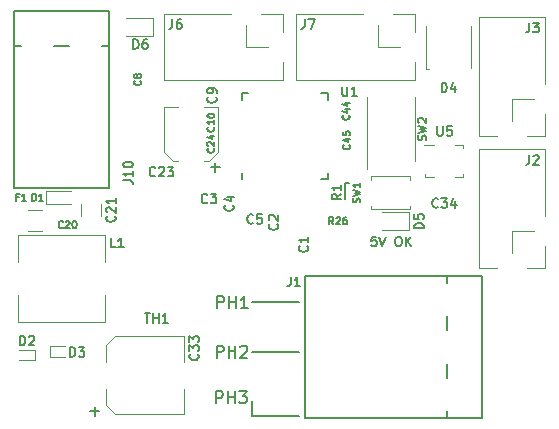
<source format=gto>
G04 #@! TF.GenerationSoftware,KiCad,Pcbnew,5.0.2-bee76a0~70~ubuntu18.04.1*
G04 #@! TF.CreationDate,2018-12-08T03:17:05+01:00*
G04 #@! TF.ProjectId,Roboy_motorboard,526f626f-795f-46d6-9f74-6f72626f6172,rev?*
G04 #@! TF.SameCoordinates,Original*
G04 #@! TF.FileFunction,Legend,Top*
G04 #@! TF.FilePolarity,Positive*
%FSLAX46Y46*%
G04 Gerber Fmt 4.6, Leading zero omitted, Abs format (unit mm)*
G04 Created by KiCad (PCBNEW 5.0.2-bee76a0~70~ubuntu18.04.1) date Sat 08 Dec 2018 03:17:05 CET*
%MOMM*%
%LPD*%
G01*
G04 APERTURE LIST*
%ADD10C,0.200000*%
%ADD11C,0.150000*%
%ADD12C,0.120000*%
%ADD13C,0.100000*%
G04 APERTURE END LIST*
D10*
X115800000Y-114800000D02*
X119750000Y-114800000D01*
X115800000Y-113550000D02*
X115800000Y-114800000D01*
X115800000Y-109400000D02*
X119750000Y-109400000D01*
X115800000Y-105200000D02*
X119750000Y-105200000D01*
D11*
X112738095Y-113752380D02*
X112738095Y-112752380D01*
X113119047Y-112752380D01*
X113214285Y-112800000D01*
X113261904Y-112847619D01*
X113309523Y-112942857D01*
X113309523Y-113085714D01*
X113261904Y-113180952D01*
X113214285Y-113228571D01*
X113119047Y-113276190D01*
X112738095Y-113276190D01*
X113738095Y-113752380D02*
X113738095Y-112752380D01*
X113738095Y-113228571D02*
X114309523Y-113228571D01*
X114309523Y-113752380D02*
X114309523Y-112752380D01*
X114690476Y-112752380D02*
X115309523Y-112752380D01*
X114976190Y-113133333D01*
X115119047Y-113133333D01*
X115214285Y-113180952D01*
X115261904Y-113228571D01*
X115309523Y-113323809D01*
X115309523Y-113561904D01*
X115261904Y-113657142D01*
X115214285Y-113704761D01*
X115119047Y-113752380D01*
X114833333Y-113752380D01*
X114738095Y-113704761D01*
X114690476Y-113657142D01*
X112788095Y-109902380D02*
X112788095Y-108902380D01*
X113169047Y-108902380D01*
X113264285Y-108950000D01*
X113311904Y-108997619D01*
X113359523Y-109092857D01*
X113359523Y-109235714D01*
X113311904Y-109330952D01*
X113264285Y-109378571D01*
X113169047Y-109426190D01*
X112788095Y-109426190D01*
X113788095Y-109902380D02*
X113788095Y-108902380D01*
X113788095Y-109378571D02*
X114359523Y-109378571D01*
X114359523Y-109902380D02*
X114359523Y-108902380D01*
X114788095Y-108997619D02*
X114835714Y-108950000D01*
X114930952Y-108902380D01*
X115169047Y-108902380D01*
X115264285Y-108950000D01*
X115311904Y-108997619D01*
X115359523Y-109092857D01*
X115359523Y-109188095D01*
X115311904Y-109330952D01*
X114740476Y-109902380D01*
X115359523Y-109902380D01*
X112838095Y-105702380D02*
X112838095Y-104702380D01*
X113219047Y-104702380D01*
X113314285Y-104750000D01*
X113361904Y-104797619D01*
X113409523Y-104892857D01*
X113409523Y-105035714D01*
X113361904Y-105130952D01*
X113314285Y-105178571D01*
X113219047Y-105226190D01*
X112838095Y-105226190D01*
X113838095Y-105702380D02*
X113838095Y-104702380D01*
X113838095Y-105178571D02*
X114409523Y-105178571D01*
X114409523Y-105702380D02*
X114409523Y-104702380D01*
X115409523Y-105702380D02*
X114838095Y-105702380D01*
X115123809Y-105702380D02*
X115123809Y-104702380D01*
X115028571Y-104845238D01*
X114933333Y-104940476D01*
X114838095Y-104988095D01*
X126273809Y-99661904D02*
X125892857Y-99661904D01*
X125854761Y-100042857D01*
X125892857Y-100004761D01*
X125969047Y-99966666D01*
X126159523Y-99966666D01*
X126235714Y-100004761D01*
X126273809Y-100042857D01*
X126311904Y-100119047D01*
X126311904Y-100309523D01*
X126273809Y-100385714D01*
X126235714Y-100423809D01*
X126159523Y-100461904D01*
X125969047Y-100461904D01*
X125892857Y-100423809D01*
X125854761Y-100385714D01*
X126540476Y-99661904D02*
X126807142Y-100461904D01*
X127073809Y-99661904D01*
X128102380Y-99661904D02*
X128254761Y-99661904D01*
X128330952Y-99700000D01*
X128407142Y-99776190D01*
X128445238Y-99928571D01*
X128445238Y-100195238D01*
X128407142Y-100347619D01*
X128330952Y-100423809D01*
X128254761Y-100461904D01*
X128102380Y-100461904D01*
X128026190Y-100423809D01*
X127950000Y-100347619D01*
X127911904Y-100195238D01*
X127911904Y-99928571D01*
X127950000Y-99776190D01*
X128026190Y-99700000D01*
X128102380Y-99661904D01*
X128788095Y-100461904D02*
X128788095Y-99661904D01*
X129245238Y-100461904D02*
X128902380Y-100004761D01*
X129245238Y-99661904D02*
X128788095Y-100119047D01*
D10*
X123600000Y-95150000D02*
X124000000Y-95150000D01*
X123600000Y-96500000D02*
X123600000Y-95150000D01*
D12*
G04 #@! TO.C,D1*
X98331500Y-95759500D02*
X98331500Y-96899500D01*
X98331500Y-96899500D02*
X100431500Y-96899500D01*
X98331500Y-95759500D02*
X100431500Y-95759500D01*
G04 #@! TO.C,L1*
X103331500Y-104587500D02*
X103331500Y-106887500D01*
X103331500Y-106887500D02*
X95931500Y-106887500D01*
X95931500Y-106887500D02*
X95931500Y-104587500D01*
X95931500Y-101787500D02*
X95931500Y-99487500D01*
X95931500Y-99487500D02*
X103331500Y-99487500D01*
X103331500Y-99487500D02*
X103331500Y-101787500D01*
G04 #@! TO.C,SW1*
X125800000Y-97050000D02*
X125800000Y-97350000D01*
X125800000Y-97350000D02*
X129100000Y-97350000D01*
X129100000Y-97350000D02*
X129100000Y-97050000D01*
X125800000Y-94850000D02*
X125800000Y-94550000D01*
X125800000Y-94550000D02*
X129100000Y-94550000D01*
X129100000Y-94550000D02*
X129100000Y-94850000D01*
D11*
G04 #@! TO.C,U1*
X114907500Y-87522500D02*
X115432500Y-87522500D01*
X122157500Y-94772500D02*
X121632500Y-94772500D01*
X122157500Y-87522500D02*
X121632500Y-87522500D01*
X114907500Y-94772500D02*
X114907500Y-94247500D01*
X122157500Y-94772500D02*
X122157500Y-94247500D01*
X122157500Y-87522500D02*
X122157500Y-88047500D01*
X114907500Y-87522500D02*
X114907500Y-88047500D01*
D12*
G04 #@! TO.C,C21*
X101321500Y-96909000D02*
X101321500Y-97909000D01*
X103021500Y-97909000D02*
X103021500Y-96909000D01*
G04 #@! TO.C,F1*
X96809000Y-97418000D02*
X98009000Y-97418000D01*
X98009000Y-99178000D02*
X96809000Y-99178000D01*
G04 #@! TO.C,SW2*
X125475000Y-93890000D02*
X125475000Y-87850000D01*
X129525000Y-93250000D02*
X129525000Y-87850000D01*
G04 #@! TO.C,C33*
X110025000Y-114700000D02*
X110025000Y-112520000D01*
X110025000Y-108100000D02*
X110025000Y-110280000D01*
X103425000Y-113940000D02*
X103425000Y-112520000D01*
X103425000Y-108860000D02*
X103425000Y-110280000D01*
X110025000Y-114700000D02*
X104185000Y-114700000D01*
X104185000Y-114700000D02*
X103425000Y-113940000D01*
X103425000Y-108860000D02*
X104185000Y-108100000D01*
X104185000Y-108100000D02*
X110025000Y-108100000D01*
G04 #@! TO.C,C23*
X108300000Y-88710000D02*
X109470000Y-88710000D01*
X112870000Y-88710000D02*
X111700000Y-88710000D01*
X112110000Y-93290000D02*
X111700000Y-93290000D01*
X109060000Y-93290000D02*
X109470000Y-93290000D01*
X108300000Y-92520000D02*
X108300000Y-88710000D01*
X108300000Y-92520000D02*
X109060000Y-93290000D01*
X112870000Y-92520000D02*
X112870000Y-88710000D01*
X112870000Y-92520000D02*
X112110000Y-93290000D01*
D13*
G04 #@! TO.C,U5*
X130350000Y-91900000D02*
X131170000Y-91900000D01*
X130450000Y-94600000D02*
X131170000Y-94600000D01*
X130450000Y-94600000D02*
X130450000Y-94380000D01*
X133650000Y-94380000D02*
X133650000Y-94600000D01*
X133650000Y-94600000D02*
X132930000Y-94600000D01*
X132930000Y-91900000D02*
X133650000Y-91900000D01*
X133650000Y-91900000D02*
X133650000Y-92120000D01*
D12*
G04 #@! TO.C,D5*
X126800000Y-99110000D02*
X129070000Y-99110000D01*
X129070000Y-99110000D02*
X129070000Y-97590000D01*
X129070000Y-97590000D02*
X126800000Y-97590000D01*
G04 #@! TO.C,D2*
X97360500Y-110114500D02*
X97360500Y-109214500D01*
X96060500Y-110114500D02*
X97360500Y-110114500D01*
X96060500Y-109214500D02*
X97360500Y-109214500D01*
G04 #@! TO.C,D3*
X99950000Y-109850000D02*
X98650000Y-109850000D01*
X99950000Y-108950000D02*
X98650000Y-108950000D01*
X98650000Y-108950000D02*
X98650000Y-109850000D01*
G04 #@! TO.C,D4*
X134300000Y-81850000D02*
X134300000Y-85350000D01*
X130500000Y-81850000D02*
X130500000Y-85500000D01*
X130500000Y-85500000D02*
X130750000Y-85500000D01*
G04 #@! TO.C,D6*
X105100000Y-82660000D02*
X107370000Y-82660000D01*
X107370000Y-82660000D02*
X107370000Y-81140000D01*
X107370000Y-81140000D02*
X105100000Y-81140000D01*
D11*
G04 #@! TO.C,J1*
X132250000Y-115000000D02*
X132250000Y-114400000D01*
X132250000Y-110400000D02*
X132250000Y-111600000D01*
X132250000Y-106400000D02*
X132250000Y-107600000D01*
X132250000Y-103000000D02*
X132250000Y-103600000D01*
X135250000Y-115000000D02*
X135250000Y-103000000D01*
X135250000Y-103000000D02*
X120250000Y-103000000D01*
X120250000Y-103000000D02*
X120250000Y-115000000D01*
X120250000Y-115000000D02*
X135250000Y-115000000D01*
D12*
G04 #@! TO.C,J2*
X140580000Y-102325000D02*
X139050000Y-102325000D01*
X140580000Y-100450000D02*
X140580000Y-102325000D01*
X137780000Y-99180000D02*
X139650000Y-99180000D01*
X137780000Y-101050000D02*
X137780000Y-99180000D01*
X136510000Y-102325000D02*
X134980000Y-102325000D01*
X134980000Y-102325000D02*
X134980000Y-92225000D01*
X140580000Y-92225000D02*
X134980000Y-92225000D01*
X140580000Y-97910000D02*
X140580000Y-92225000D01*
G04 #@! TO.C,J3*
X140580000Y-86760000D02*
X140580000Y-81075000D01*
X140580000Y-81075000D02*
X134980000Y-81075000D01*
X134980000Y-91175000D02*
X134980000Y-81075000D01*
X136510000Y-91175000D02*
X134980000Y-91175000D01*
X137780000Y-89900000D02*
X137780000Y-88030000D01*
X137780000Y-88030000D02*
X139650000Y-88030000D01*
X140580000Y-89300000D02*
X140580000Y-91175000D01*
X140580000Y-91175000D02*
X139050000Y-91175000D01*
G04 #@! TO.C,J6*
X118375000Y-80820000D02*
X118375000Y-82350000D01*
X116500000Y-80820000D02*
X118375000Y-80820000D01*
X115230000Y-83620000D02*
X115230000Y-81750000D01*
X117100000Y-83620000D02*
X115230000Y-83620000D01*
X118375000Y-84890000D02*
X118375000Y-86420000D01*
X118375000Y-86420000D02*
X108275000Y-86420000D01*
X108275000Y-80820000D02*
X108275000Y-86420000D01*
X113960000Y-80820000D02*
X108275000Y-80820000D01*
G04 #@! TO.C,J7*
X125160000Y-80820000D02*
X119475000Y-80820000D01*
X119475000Y-80820000D02*
X119475000Y-86420000D01*
X129575000Y-86420000D02*
X119475000Y-86420000D01*
X129575000Y-84890000D02*
X129575000Y-86420000D01*
X128300000Y-83620000D02*
X126430000Y-83620000D01*
X126430000Y-83620000D02*
X126430000Y-81750000D01*
X127700000Y-80820000D02*
X129575000Y-80820000D01*
X129575000Y-80820000D02*
X129575000Y-82350000D01*
D11*
G04 #@! TO.C,J10*
X103631500Y-83511000D02*
X103031500Y-83511000D01*
X99031500Y-83511000D02*
X100231500Y-83511000D01*
X95631500Y-83511000D02*
X96231500Y-83511000D01*
X103631500Y-80511000D02*
X95631500Y-80511000D01*
X95631500Y-80511000D02*
X95631500Y-95511000D01*
X95631500Y-95511000D02*
X103631500Y-95511000D01*
X103631500Y-95511000D02*
X103631500Y-80511000D01*
G04 #@! TO.C,D1*
X97157142Y-96621428D02*
X97157142Y-96021428D01*
X97300000Y-96021428D01*
X97385714Y-96050000D01*
X97442857Y-96107142D01*
X97471428Y-96164285D01*
X97500000Y-96278571D01*
X97500000Y-96364285D01*
X97471428Y-96478571D01*
X97442857Y-96535714D01*
X97385714Y-96592857D01*
X97300000Y-96621428D01*
X97157142Y-96621428D01*
X98071428Y-96621428D02*
X97728571Y-96621428D01*
X97900000Y-96621428D02*
X97900000Y-96021428D01*
X97842857Y-96107142D01*
X97785714Y-96164285D01*
X97728571Y-96192857D01*
G04 #@! TO.C,L1*
X104216666Y-100561904D02*
X103835714Y-100561904D01*
X103835714Y-99761904D01*
X104902380Y-100561904D02*
X104445238Y-100561904D01*
X104673809Y-100561904D02*
X104673809Y-99761904D01*
X104597619Y-99876190D01*
X104521428Y-99952380D01*
X104445238Y-99990476D01*
G04 #@! TO.C,SW1*
X124892857Y-96750000D02*
X124921428Y-96664285D01*
X124921428Y-96521428D01*
X124892857Y-96464285D01*
X124864285Y-96435714D01*
X124807142Y-96407142D01*
X124750000Y-96407142D01*
X124692857Y-96435714D01*
X124664285Y-96464285D01*
X124635714Y-96521428D01*
X124607142Y-96635714D01*
X124578571Y-96692857D01*
X124550000Y-96721428D01*
X124492857Y-96750000D01*
X124435714Y-96750000D01*
X124378571Y-96721428D01*
X124350000Y-96692857D01*
X124321428Y-96635714D01*
X124321428Y-96492857D01*
X124350000Y-96407142D01*
X124321428Y-96207142D02*
X124921428Y-96064285D01*
X124492857Y-95950000D01*
X124921428Y-95835714D01*
X124321428Y-95692857D01*
X124921428Y-95150000D02*
X124921428Y-95492857D01*
X124921428Y-95321428D02*
X124321428Y-95321428D01*
X124407142Y-95378571D01*
X124464285Y-95435714D01*
X124492857Y-95492857D01*
G04 #@! TO.C,U1*
X123390476Y-86961904D02*
X123390476Y-87609523D01*
X123428571Y-87685714D01*
X123466666Y-87723809D01*
X123542857Y-87761904D01*
X123695238Y-87761904D01*
X123771428Y-87723809D01*
X123809523Y-87685714D01*
X123847619Y-87609523D01*
X123847619Y-86961904D01*
X124647619Y-87761904D02*
X124190476Y-87761904D01*
X124419047Y-87761904D02*
X124419047Y-86961904D01*
X124342857Y-87076190D01*
X124266666Y-87152380D01*
X124190476Y-87190476D01*
G04 #@! TO.C,C21*
X104135714Y-97914285D02*
X104173809Y-97952380D01*
X104211904Y-98066666D01*
X104211904Y-98142857D01*
X104173809Y-98257142D01*
X104097619Y-98333333D01*
X104021428Y-98371428D01*
X103869047Y-98409523D01*
X103754761Y-98409523D01*
X103602380Y-98371428D01*
X103526190Y-98333333D01*
X103450000Y-98257142D01*
X103411904Y-98142857D01*
X103411904Y-98066666D01*
X103450000Y-97952380D01*
X103488095Y-97914285D01*
X103488095Y-97609523D02*
X103450000Y-97571428D01*
X103411904Y-97495238D01*
X103411904Y-97304761D01*
X103450000Y-97228571D01*
X103488095Y-97190476D01*
X103564285Y-97152380D01*
X103640476Y-97152380D01*
X103754761Y-97190476D01*
X104211904Y-97647619D01*
X104211904Y-97152380D01*
X104211904Y-96390476D02*
X104211904Y-96847619D01*
X104211904Y-96619047D02*
X103411904Y-96619047D01*
X103526190Y-96695238D01*
X103602380Y-96771428D01*
X103640476Y-96847619D01*
G04 #@! TO.C,F1*
X96000000Y-96307142D02*
X95800000Y-96307142D01*
X95800000Y-96621428D02*
X95800000Y-96021428D01*
X96085714Y-96021428D01*
X96628571Y-96621428D02*
X96285714Y-96621428D01*
X96457142Y-96621428D02*
X96457142Y-96021428D01*
X96400000Y-96107142D01*
X96342857Y-96164285D01*
X96285714Y-96192857D01*
G04 #@! TO.C,SW2*
X130483333Y-91483333D02*
X130516666Y-91383333D01*
X130516666Y-91216666D01*
X130483333Y-91150000D01*
X130450000Y-91116666D01*
X130383333Y-91083333D01*
X130316666Y-91083333D01*
X130250000Y-91116666D01*
X130216666Y-91150000D01*
X130183333Y-91216666D01*
X130150000Y-91350000D01*
X130116666Y-91416666D01*
X130083333Y-91450000D01*
X130016666Y-91483333D01*
X129950000Y-91483333D01*
X129883333Y-91450000D01*
X129850000Y-91416666D01*
X129816666Y-91350000D01*
X129816666Y-91183333D01*
X129850000Y-91083333D01*
X129816666Y-90850000D02*
X130516666Y-90683333D01*
X130016666Y-90550000D01*
X130516666Y-90416666D01*
X129816666Y-90250000D01*
X129883333Y-90016666D02*
X129850000Y-89983333D01*
X129816666Y-89916666D01*
X129816666Y-89750000D01*
X129850000Y-89683333D01*
X129883333Y-89650000D01*
X129950000Y-89616666D01*
X130016666Y-89616666D01*
X130116666Y-89650000D01*
X130516666Y-90050000D01*
X130516666Y-89616666D01*
G04 #@! TO.C,C33*
X111185714Y-109614285D02*
X111223809Y-109652380D01*
X111261904Y-109766666D01*
X111261904Y-109842857D01*
X111223809Y-109957142D01*
X111147619Y-110033333D01*
X111071428Y-110071428D01*
X110919047Y-110109523D01*
X110804761Y-110109523D01*
X110652380Y-110071428D01*
X110576190Y-110033333D01*
X110500000Y-109957142D01*
X110461904Y-109842857D01*
X110461904Y-109766666D01*
X110500000Y-109652380D01*
X110538095Y-109614285D01*
X110461904Y-109347619D02*
X110461904Y-108852380D01*
X110766666Y-109119047D01*
X110766666Y-109004761D01*
X110804761Y-108928571D01*
X110842857Y-108890476D01*
X110919047Y-108852380D01*
X111109523Y-108852380D01*
X111185714Y-108890476D01*
X111223809Y-108928571D01*
X111261904Y-109004761D01*
X111261904Y-109233333D01*
X111223809Y-109309523D01*
X111185714Y-109347619D01*
X110461904Y-108585714D02*
X110461904Y-108090476D01*
X110766666Y-108357142D01*
X110766666Y-108242857D01*
X110804761Y-108166666D01*
X110842857Y-108128571D01*
X110919047Y-108090476D01*
X111109523Y-108090476D01*
X111185714Y-108128571D01*
X111223809Y-108166666D01*
X111261904Y-108242857D01*
X111261904Y-108471428D01*
X111223809Y-108547619D01*
X111185714Y-108585714D01*
X102064047Y-114431428D02*
X102825952Y-114431428D01*
X102445000Y-114812380D02*
X102445000Y-114050476D01*
G04 #@! TO.C,C23*
X107585714Y-94485714D02*
X107547619Y-94523809D01*
X107433333Y-94561904D01*
X107357142Y-94561904D01*
X107242857Y-94523809D01*
X107166666Y-94447619D01*
X107128571Y-94371428D01*
X107090476Y-94219047D01*
X107090476Y-94104761D01*
X107128571Y-93952380D01*
X107166666Y-93876190D01*
X107242857Y-93800000D01*
X107357142Y-93761904D01*
X107433333Y-93761904D01*
X107547619Y-93800000D01*
X107585714Y-93838095D01*
X107890476Y-93838095D02*
X107928571Y-93800000D01*
X108004761Y-93761904D01*
X108195238Y-93761904D01*
X108271428Y-93800000D01*
X108309523Y-93838095D01*
X108347619Y-93914285D01*
X108347619Y-93990476D01*
X108309523Y-94104761D01*
X107852380Y-94561904D01*
X108347619Y-94561904D01*
X108614285Y-93761904D02*
X109109523Y-93761904D01*
X108842857Y-94066666D01*
X108957142Y-94066666D01*
X109033333Y-94104761D01*
X109071428Y-94142857D01*
X109109523Y-94219047D01*
X109109523Y-94409523D01*
X109071428Y-94485714D01*
X109033333Y-94523809D01*
X108957142Y-94561904D01*
X108728571Y-94561904D01*
X108652380Y-94523809D01*
X108614285Y-94485714D01*
X112661428Y-94160952D02*
X112661428Y-93399047D01*
X113042380Y-93780000D02*
X112280476Y-93780000D01*
G04 #@! TO.C,U5*
X131440476Y-90311904D02*
X131440476Y-90959523D01*
X131478571Y-91035714D01*
X131516666Y-91073809D01*
X131592857Y-91111904D01*
X131745238Y-91111904D01*
X131821428Y-91073809D01*
X131859523Y-91035714D01*
X131897619Y-90959523D01*
X131897619Y-90311904D01*
X132659523Y-90311904D02*
X132278571Y-90311904D01*
X132240476Y-90692857D01*
X132278571Y-90654761D01*
X132354761Y-90616666D01*
X132545238Y-90616666D01*
X132621428Y-90654761D01*
X132659523Y-90692857D01*
X132697619Y-90769047D01*
X132697619Y-90959523D01*
X132659523Y-91035714D01*
X132621428Y-91073809D01*
X132545238Y-91111904D01*
X132354761Y-91111904D01*
X132278571Y-91073809D01*
X132240476Y-91035714D01*
G04 #@! TO.C,D5*
X130311904Y-98940476D02*
X129511904Y-98940476D01*
X129511904Y-98750000D01*
X129550000Y-98635714D01*
X129626190Y-98559523D01*
X129702380Y-98521428D01*
X129854761Y-98483333D01*
X129969047Y-98483333D01*
X130121428Y-98521428D01*
X130197619Y-98559523D01*
X130273809Y-98635714D01*
X130311904Y-98750000D01*
X130311904Y-98940476D01*
X129511904Y-97759523D02*
X129511904Y-98140476D01*
X129892857Y-98178571D01*
X129854761Y-98140476D01*
X129816666Y-98064285D01*
X129816666Y-97873809D01*
X129854761Y-97797619D01*
X129892857Y-97759523D01*
X129969047Y-97721428D01*
X130159523Y-97721428D01*
X130235714Y-97759523D01*
X130273809Y-97797619D01*
X130311904Y-97873809D01*
X130311904Y-98064285D01*
X130273809Y-98140476D01*
X130235714Y-98178571D01*
G04 #@! TO.C,C1*
X120435714Y-100433333D02*
X120473809Y-100471428D01*
X120511904Y-100585714D01*
X120511904Y-100661904D01*
X120473809Y-100776190D01*
X120397619Y-100852380D01*
X120321428Y-100890476D01*
X120169047Y-100928571D01*
X120054761Y-100928571D01*
X119902380Y-100890476D01*
X119826190Y-100852380D01*
X119750000Y-100776190D01*
X119711904Y-100661904D01*
X119711904Y-100585714D01*
X119750000Y-100471428D01*
X119788095Y-100433333D01*
X120511904Y-99671428D02*
X120511904Y-100128571D01*
X120511904Y-99900000D02*
X119711904Y-99900000D01*
X119826190Y-99976190D01*
X119902380Y-100052380D01*
X119940476Y-100128571D01*
G04 #@! TO.C,C2*
X117885714Y-98583333D02*
X117923809Y-98621428D01*
X117961904Y-98735714D01*
X117961904Y-98811904D01*
X117923809Y-98926190D01*
X117847619Y-99002380D01*
X117771428Y-99040476D01*
X117619047Y-99078571D01*
X117504761Y-99078571D01*
X117352380Y-99040476D01*
X117276190Y-99002380D01*
X117200000Y-98926190D01*
X117161904Y-98811904D01*
X117161904Y-98735714D01*
X117200000Y-98621428D01*
X117238095Y-98583333D01*
X117238095Y-98278571D02*
X117200000Y-98240476D01*
X117161904Y-98164285D01*
X117161904Y-97973809D01*
X117200000Y-97897619D01*
X117238095Y-97859523D01*
X117314285Y-97821428D01*
X117390476Y-97821428D01*
X117504761Y-97859523D01*
X117961904Y-98316666D01*
X117961904Y-97821428D01*
G04 #@! TO.C,C3*
X111991666Y-96735714D02*
X111953571Y-96773809D01*
X111839285Y-96811904D01*
X111763095Y-96811904D01*
X111648809Y-96773809D01*
X111572619Y-96697619D01*
X111534523Y-96621428D01*
X111496428Y-96469047D01*
X111496428Y-96354761D01*
X111534523Y-96202380D01*
X111572619Y-96126190D01*
X111648809Y-96050000D01*
X111763095Y-96011904D01*
X111839285Y-96011904D01*
X111953571Y-96050000D01*
X111991666Y-96088095D01*
X112258333Y-96011904D02*
X112753571Y-96011904D01*
X112486904Y-96316666D01*
X112601190Y-96316666D01*
X112677380Y-96354761D01*
X112715476Y-96392857D01*
X112753571Y-96469047D01*
X112753571Y-96659523D01*
X112715476Y-96735714D01*
X112677380Y-96773809D01*
X112601190Y-96811904D01*
X112372619Y-96811904D01*
X112296428Y-96773809D01*
X112258333Y-96735714D01*
G04 #@! TO.C,C4*
X114135714Y-96983333D02*
X114173809Y-97021428D01*
X114211904Y-97135714D01*
X114211904Y-97211904D01*
X114173809Y-97326190D01*
X114097619Y-97402380D01*
X114021428Y-97440476D01*
X113869047Y-97478571D01*
X113754761Y-97478571D01*
X113602380Y-97440476D01*
X113526190Y-97402380D01*
X113450000Y-97326190D01*
X113411904Y-97211904D01*
X113411904Y-97135714D01*
X113450000Y-97021428D01*
X113488095Y-96983333D01*
X113678571Y-96297619D02*
X114211904Y-96297619D01*
X113373809Y-96488095D02*
X113945238Y-96678571D01*
X113945238Y-96183333D01*
G04 #@! TO.C,C5*
X115866666Y-98485714D02*
X115828571Y-98523809D01*
X115714285Y-98561904D01*
X115638095Y-98561904D01*
X115523809Y-98523809D01*
X115447619Y-98447619D01*
X115409523Y-98371428D01*
X115371428Y-98219047D01*
X115371428Y-98104761D01*
X115409523Y-97952380D01*
X115447619Y-97876190D01*
X115523809Y-97800000D01*
X115638095Y-97761904D01*
X115714285Y-97761904D01*
X115828571Y-97800000D01*
X115866666Y-97838095D01*
X116590476Y-97761904D02*
X116209523Y-97761904D01*
X116171428Y-98142857D01*
X116209523Y-98104761D01*
X116285714Y-98066666D01*
X116476190Y-98066666D01*
X116552380Y-98104761D01*
X116590476Y-98142857D01*
X116628571Y-98219047D01*
X116628571Y-98409523D01*
X116590476Y-98485714D01*
X116552380Y-98523809D01*
X116476190Y-98561904D01*
X116285714Y-98561904D01*
X116209523Y-98523809D01*
X116171428Y-98485714D01*
G04 #@! TO.C,C8*
X106314285Y-86450000D02*
X106342857Y-86478571D01*
X106371428Y-86564285D01*
X106371428Y-86621428D01*
X106342857Y-86707142D01*
X106285714Y-86764285D01*
X106228571Y-86792857D01*
X106114285Y-86821428D01*
X106028571Y-86821428D01*
X105914285Y-86792857D01*
X105857142Y-86764285D01*
X105800000Y-86707142D01*
X105771428Y-86621428D01*
X105771428Y-86564285D01*
X105800000Y-86478571D01*
X105828571Y-86450000D01*
X106028571Y-86107142D02*
X106000000Y-86164285D01*
X105971428Y-86192857D01*
X105914285Y-86221428D01*
X105885714Y-86221428D01*
X105828571Y-86192857D01*
X105800000Y-86164285D01*
X105771428Y-86107142D01*
X105771428Y-85992857D01*
X105800000Y-85935714D01*
X105828571Y-85907142D01*
X105885714Y-85878571D01*
X105914285Y-85878571D01*
X105971428Y-85907142D01*
X106000000Y-85935714D01*
X106028571Y-85992857D01*
X106028571Y-86107142D01*
X106057142Y-86164285D01*
X106085714Y-86192857D01*
X106142857Y-86221428D01*
X106257142Y-86221428D01*
X106314285Y-86192857D01*
X106342857Y-86164285D01*
X106371428Y-86107142D01*
X106371428Y-85992857D01*
X106342857Y-85935714D01*
X106314285Y-85907142D01*
X106257142Y-85878571D01*
X106142857Y-85878571D01*
X106085714Y-85907142D01*
X106057142Y-85935714D01*
X106028571Y-85992857D01*
G04 #@! TO.C,C9*
X112685714Y-87833333D02*
X112723809Y-87871428D01*
X112761904Y-87985714D01*
X112761904Y-88061904D01*
X112723809Y-88176190D01*
X112647619Y-88252380D01*
X112571428Y-88290476D01*
X112419047Y-88328571D01*
X112304761Y-88328571D01*
X112152380Y-88290476D01*
X112076190Y-88252380D01*
X112000000Y-88176190D01*
X111961904Y-88061904D01*
X111961904Y-87985714D01*
X112000000Y-87871428D01*
X112038095Y-87833333D01*
X112761904Y-87452380D02*
X112761904Y-87300000D01*
X112723809Y-87223809D01*
X112685714Y-87185714D01*
X112571428Y-87109523D01*
X112419047Y-87071428D01*
X112114285Y-87071428D01*
X112038095Y-87109523D01*
X112000000Y-87147619D01*
X111961904Y-87223809D01*
X111961904Y-87376190D01*
X112000000Y-87452380D01*
X112038095Y-87490476D01*
X112114285Y-87528571D01*
X112304761Y-87528571D01*
X112380952Y-87490476D01*
X112419047Y-87452380D01*
X112457142Y-87376190D01*
X112457142Y-87223809D01*
X112419047Y-87147619D01*
X112380952Y-87109523D01*
X112304761Y-87071428D01*
G04 #@! TO.C,C10*
X112514285Y-90385714D02*
X112542857Y-90414285D01*
X112571428Y-90500000D01*
X112571428Y-90557142D01*
X112542857Y-90642857D01*
X112485714Y-90700000D01*
X112428571Y-90728571D01*
X112314285Y-90757142D01*
X112228571Y-90757142D01*
X112114285Y-90728571D01*
X112057142Y-90700000D01*
X112000000Y-90642857D01*
X111971428Y-90557142D01*
X111971428Y-90500000D01*
X112000000Y-90414285D01*
X112028571Y-90385714D01*
X112571428Y-89814285D02*
X112571428Y-90157142D01*
X112571428Y-89985714D02*
X111971428Y-89985714D01*
X112057142Y-90042857D01*
X112114285Y-90100000D01*
X112142857Y-90157142D01*
X111971428Y-89442857D02*
X111971428Y-89385714D01*
X112000000Y-89328571D01*
X112028571Y-89300000D01*
X112085714Y-89271428D01*
X112200000Y-89242857D01*
X112342857Y-89242857D01*
X112457142Y-89271428D01*
X112514285Y-89300000D01*
X112542857Y-89328571D01*
X112571428Y-89385714D01*
X112571428Y-89442857D01*
X112542857Y-89500000D01*
X112514285Y-89528571D01*
X112457142Y-89557142D01*
X112342857Y-89585714D01*
X112200000Y-89585714D01*
X112085714Y-89557142D01*
X112028571Y-89528571D01*
X112000000Y-89500000D01*
X111971428Y-89442857D01*
G04 #@! TO.C,C20*
X99764285Y-98864285D02*
X99735714Y-98892857D01*
X99650000Y-98921428D01*
X99592857Y-98921428D01*
X99507142Y-98892857D01*
X99450000Y-98835714D01*
X99421428Y-98778571D01*
X99392857Y-98664285D01*
X99392857Y-98578571D01*
X99421428Y-98464285D01*
X99450000Y-98407142D01*
X99507142Y-98350000D01*
X99592857Y-98321428D01*
X99650000Y-98321428D01*
X99735714Y-98350000D01*
X99764285Y-98378571D01*
X99992857Y-98378571D02*
X100021428Y-98350000D01*
X100078571Y-98321428D01*
X100221428Y-98321428D01*
X100278571Y-98350000D01*
X100307142Y-98378571D01*
X100335714Y-98435714D01*
X100335714Y-98492857D01*
X100307142Y-98578571D01*
X99964285Y-98921428D01*
X100335714Y-98921428D01*
X100707142Y-98321428D02*
X100764285Y-98321428D01*
X100821428Y-98350000D01*
X100850000Y-98378571D01*
X100878571Y-98435714D01*
X100907142Y-98550000D01*
X100907142Y-98692857D01*
X100878571Y-98807142D01*
X100850000Y-98864285D01*
X100821428Y-98892857D01*
X100764285Y-98921428D01*
X100707142Y-98921428D01*
X100650000Y-98892857D01*
X100621428Y-98864285D01*
X100592857Y-98807142D01*
X100564285Y-98692857D01*
X100564285Y-98550000D01*
X100592857Y-98435714D01*
X100621428Y-98378571D01*
X100650000Y-98350000D01*
X100707142Y-98321428D01*
G04 #@! TO.C,C24*
X112514285Y-92185714D02*
X112542857Y-92214285D01*
X112571428Y-92300000D01*
X112571428Y-92357142D01*
X112542857Y-92442857D01*
X112485714Y-92500000D01*
X112428571Y-92528571D01*
X112314285Y-92557142D01*
X112228571Y-92557142D01*
X112114285Y-92528571D01*
X112057142Y-92500000D01*
X112000000Y-92442857D01*
X111971428Y-92357142D01*
X111971428Y-92300000D01*
X112000000Y-92214285D01*
X112028571Y-92185714D01*
X112028571Y-91957142D02*
X112000000Y-91928571D01*
X111971428Y-91871428D01*
X111971428Y-91728571D01*
X112000000Y-91671428D01*
X112028571Y-91642857D01*
X112085714Y-91614285D01*
X112142857Y-91614285D01*
X112228571Y-91642857D01*
X112571428Y-91985714D01*
X112571428Y-91614285D01*
X112171428Y-91100000D02*
X112571428Y-91100000D01*
X111942857Y-91242857D02*
X112371428Y-91385714D01*
X112371428Y-91014285D01*
G04 #@! TO.C,C34*
X131535714Y-97135714D02*
X131497619Y-97173809D01*
X131383333Y-97211904D01*
X131307142Y-97211904D01*
X131192857Y-97173809D01*
X131116666Y-97097619D01*
X131078571Y-97021428D01*
X131040476Y-96869047D01*
X131040476Y-96754761D01*
X131078571Y-96602380D01*
X131116666Y-96526190D01*
X131192857Y-96450000D01*
X131307142Y-96411904D01*
X131383333Y-96411904D01*
X131497619Y-96450000D01*
X131535714Y-96488095D01*
X131802380Y-96411904D02*
X132297619Y-96411904D01*
X132030952Y-96716666D01*
X132145238Y-96716666D01*
X132221428Y-96754761D01*
X132259523Y-96792857D01*
X132297619Y-96869047D01*
X132297619Y-97059523D01*
X132259523Y-97135714D01*
X132221428Y-97173809D01*
X132145238Y-97211904D01*
X131916666Y-97211904D01*
X131840476Y-97173809D01*
X131802380Y-97135714D01*
X132983333Y-96678571D02*
X132983333Y-97211904D01*
X132792857Y-96373809D02*
X132602380Y-96945238D01*
X133097619Y-96945238D01*
G04 #@! TO.C,D2*
X96120023Y-108861904D02*
X96120023Y-108061904D01*
X96310500Y-108061904D01*
X96424785Y-108100000D01*
X96500976Y-108176190D01*
X96539071Y-108252380D01*
X96577166Y-108404761D01*
X96577166Y-108519047D01*
X96539071Y-108671428D01*
X96500976Y-108747619D01*
X96424785Y-108823809D01*
X96310500Y-108861904D01*
X96120023Y-108861904D01*
X96881928Y-108138095D02*
X96920023Y-108100000D01*
X96996214Y-108061904D01*
X97186690Y-108061904D01*
X97262880Y-108100000D01*
X97300976Y-108138095D01*
X97339071Y-108214285D01*
X97339071Y-108290476D01*
X97300976Y-108404761D01*
X96843833Y-108861904D01*
X97339071Y-108861904D01*
G04 #@! TO.C,D3*
X100359523Y-109811904D02*
X100359523Y-109011904D01*
X100550000Y-109011904D01*
X100664285Y-109050000D01*
X100740476Y-109126190D01*
X100778571Y-109202380D01*
X100816666Y-109354761D01*
X100816666Y-109469047D01*
X100778571Y-109621428D01*
X100740476Y-109697619D01*
X100664285Y-109773809D01*
X100550000Y-109811904D01*
X100359523Y-109811904D01*
X101083333Y-109011904D02*
X101578571Y-109011904D01*
X101311904Y-109316666D01*
X101426190Y-109316666D01*
X101502380Y-109354761D01*
X101540476Y-109392857D01*
X101578571Y-109469047D01*
X101578571Y-109659523D01*
X101540476Y-109735714D01*
X101502380Y-109773809D01*
X101426190Y-109811904D01*
X101197619Y-109811904D01*
X101121428Y-109773809D01*
X101083333Y-109735714D01*
G04 #@! TO.C,D4*
X131809523Y-87411904D02*
X131809523Y-86611904D01*
X132000000Y-86611904D01*
X132114285Y-86650000D01*
X132190476Y-86726190D01*
X132228571Y-86802380D01*
X132266666Y-86954761D01*
X132266666Y-87069047D01*
X132228571Y-87221428D01*
X132190476Y-87297619D01*
X132114285Y-87373809D01*
X132000000Y-87411904D01*
X131809523Y-87411904D01*
X132952380Y-86878571D02*
X132952380Y-87411904D01*
X132761904Y-86573809D02*
X132571428Y-87145238D01*
X133066666Y-87145238D01*
G04 #@! TO.C,D6*
X105709523Y-83761904D02*
X105709523Y-82961904D01*
X105900000Y-82961904D01*
X106014285Y-83000000D01*
X106090476Y-83076190D01*
X106128571Y-83152380D01*
X106166666Y-83304761D01*
X106166666Y-83419047D01*
X106128571Y-83571428D01*
X106090476Y-83647619D01*
X106014285Y-83723809D01*
X105900000Y-83761904D01*
X105709523Y-83761904D01*
X106852380Y-82961904D02*
X106700000Y-82961904D01*
X106623809Y-83000000D01*
X106585714Y-83038095D01*
X106509523Y-83152380D01*
X106471428Y-83304761D01*
X106471428Y-83609523D01*
X106509523Y-83685714D01*
X106547619Y-83723809D01*
X106623809Y-83761904D01*
X106776190Y-83761904D01*
X106852380Y-83723809D01*
X106890476Y-83685714D01*
X106928571Y-83609523D01*
X106928571Y-83419047D01*
X106890476Y-83342857D01*
X106852380Y-83304761D01*
X106776190Y-83266666D01*
X106623809Y-83266666D01*
X106547619Y-83304761D01*
X106509523Y-83342857D01*
X106471428Y-83419047D01*
G04 #@! TO.C,J1*
X119033333Y-103061904D02*
X119033333Y-103633333D01*
X118995238Y-103747619D01*
X118919047Y-103823809D01*
X118804761Y-103861904D01*
X118728571Y-103861904D01*
X119833333Y-103861904D02*
X119376190Y-103861904D01*
X119604761Y-103861904D02*
X119604761Y-103061904D01*
X119528571Y-103176190D01*
X119452380Y-103252380D01*
X119376190Y-103290476D01*
G04 #@! TO.C,J2*
X139233333Y-92761904D02*
X139233333Y-93333333D01*
X139195238Y-93447619D01*
X139119047Y-93523809D01*
X139004761Y-93561904D01*
X138928571Y-93561904D01*
X139576190Y-92838095D02*
X139614285Y-92800000D01*
X139690476Y-92761904D01*
X139880952Y-92761904D01*
X139957142Y-92800000D01*
X139995238Y-92838095D01*
X140033333Y-92914285D01*
X140033333Y-92990476D01*
X139995238Y-93104761D01*
X139538095Y-93561904D01*
X140033333Y-93561904D01*
G04 #@! TO.C,J3*
X139233333Y-81561904D02*
X139233333Y-82133333D01*
X139195238Y-82247619D01*
X139119047Y-82323809D01*
X139004761Y-82361904D01*
X138928571Y-82361904D01*
X139538095Y-81561904D02*
X140033333Y-81561904D01*
X139766666Y-81866666D01*
X139880952Y-81866666D01*
X139957142Y-81904761D01*
X139995238Y-81942857D01*
X140033333Y-82019047D01*
X140033333Y-82209523D01*
X139995238Y-82285714D01*
X139957142Y-82323809D01*
X139880952Y-82361904D01*
X139652380Y-82361904D01*
X139576190Y-82323809D01*
X139538095Y-82285714D01*
G04 #@! TO.C,J6*
X109033333Y-81261904D02*
X109033333Y-81833333D01*
X108995238Y-81947619D01*
X108919047Y-82023809D01*
X108804761Y-82061904D01*
X108728571Y-82061904D01*
X109757142Y-81261904D02*
X109604761Y-81261904D01*
X109528571Y-81300000D01*
X109490476Y-81338095D01*
X109414285Y-81452380D01*
X109376190Y-81604761D01*
X109376190Y-81909523D01*
X109414285Y-81985714D01*
X109452380Y-82023809D01*
X109528571Y-82061904D01*
X109680952Y-82061904D01*
X109757142Y-82023809D01*
X109795238Y-81985714D01*
X109833333Y-81909523D01*
X109833333Y-81719047D01*
X109795238Y-81642857D01*
X109757142Y-81604761D01*
X109680952Y-81566666D01*
X109528571Y-81566666D01*
X109452380Y-81604761D01*
X109414285Y-81642857D01*
X109376190Y-81719047D01*
G04 #@! TO.C,J7*
X120233333Y-81261904D02*
X120233333Y-81833333D01*
X120195238Y-81947619D01*
X120119047Y-82023809D01*
X120004761Y-82061904D01*
X119928571Y-82061904D01*
X120538095Y-81261904D02*
X121071428Y-81261904D01*
X120728571Y-82061904D01*
G04 #@! TO.C,J10*
X104861904Y-94897619D02*
X105433333Y-94897619D01*
X105547619Y-94935714D01*
X105623809Y-95011904D01*
X105661904Y-95126190D01*
X105661904Y-95202380D01*
X105661904Y-94097619D02*
X105661904Y-94554761D01*
X105661904Y-94326190D02*
X104861904Y-94326190D01*
X104976190Y-94402380D01*
X105052380Y-94478571D01*
X105090476Y-94554761D01*
X104861904Y-93602380D02*
X104861904Y-93526190D01*
X104900000Y-93450000D01*
X104938095Y-93411904D01*
X105014285Y-93373809D01*
X105166666Y-93335714D01*
X105357142Y-93335714D01*
X105509523Y-93373809D01*
X105585714Y-93411904D01*
X105623809Y-93450000D01*
X105661904Y-93526190D01*
X105661904Y-93602380D01*
X105623809Y-93678571D01*
X105585714Y-93716666D01*
X105509523Y-93754761D01*
X105357142Y-93792857D01*
X105166666Y-93792857D01*
X105014285Y-93754761D01*
X104938095Y-93716666D01*
X104900000Y-93678571D01*
X104861904Y-93602380D01*
G04 #@! TO.C,R1*
X123311904Y-96033333D02*
X122930952Y-96300000D01*
X123311904Y-96490476D02*
X122511904Y-96490476D01*
X122511904Y-96185714D01*
X122550000Y-96109523D01*
X122588095Y-96071428D01*
X122664285Y-96033333D01*
X122778571Y-96033333D01*
X122854761Y-96071428D01*
X122892857Y-96109523D01*
X122930952Y-96185714D01*
X122930952Y-96490476D01*
X123311904Y-95271428D02*
X123311904Y-95728571D01*
X123311904Y-95500000D02*
X122511904Y-95500000D01*
X122626190Y-95576190D01*
X122702380Y-95652380D01*
X122740476Y-95728571D01*
G04 #@! TO.C,R26*
X122664285Y-98621428D02*
X122464285Y-98335714D01*
X122321428Y-98621428D02*
X122321428Y-98021428D01*
X122550000Y-98021428D01*
X122607142Y-98050000D01*
X122635714Y-98078571D01*
X122664285Y-98135714D01*
X122664285Y-98221428D01*
X122635714Y-98278571D01*
X122607142Y-98307142D01*
X122550000Y-98335714D01*
X122321428Y-98335714D01*
X122892857Y-98078571D02*
X122921428Y-98050000D01*
X122978571Y-98021428D01*
X123121428Y-98021428D01*
X123178571Y-98050000D01*
X123207142Y-98078571D01*
X123235714Y-98135714D01*
X123235714Y-98192857D01*
X123207142Y-98278571D01*
X122864285Y-98621428D01*
X123235714Y-98621428D01*
X123750000Y-98021428D02*
X123635714Y-98021428D01*
X123578571Y-98050000D01*
X123550000Y-98078571D01*
X123492857Y-98164285D01*
X123464285Y-98278571D01*
X123464285Y-98507142D01*
X123492857Y-98564285D01*
X123521428Y-98592857D01*
X123578571Y-98621428D01*
X123692857Y-98621428D01*
X123750000Y-98592857D01*
X123778571Y-98564285D01*
X123807142Y-98507142D01*
X123807142Y-98364285D01*
X123778571Y-98307142D01*
X123750000Y-98278571D01*
X123692857Y-98250000D01*
X123578571Y-98250000D01*
X123521428Y-98278571D01*
X123492857Y-98307142D01*
X123464285Y-98364285D01*
G04 #@! TO.C,TH1*
X106671428Y-106161904D02*
X107128571Y-106161904D01*
X106900000Y-106961904D02*
X106900000Y-106161904D01*
X107395238Y-106961904D02*
X107395238Y-106161904D01*
X107395238Y-106542857D02*
X107852380Y-106542857D01*
X107852380Y-106961904D02*
X107852380Y-106161904D01*
X108652380Y-106961904D02*
X108195238Y-106961904D01*
X108423809Y-106961904D02*
X108423809Y-106161904D01*
X108347619Y-106276190D01*
X108271428Y-106352380D01*
X108195238Y-106390476D01*
G04 #@! TO.C,C44*
X123964285Y-89385714D02*
X123992857Y-89414285D01*
X124021428Y-89500000D01*
X124021428Y-89557142D01*
X123992857Y-89642857D01*
X123935714Y-89700000D01*
X123878571Y-89728571D01*
X123764285Y-89757142D01*
X123678571Y-89757142D01*
X123564285Y-89728571D01*
X123507142Y-89700000D01*
X123450000Y-89642857D01*
X123421428Y-89557142D01*
X123421428Y-89500000D01*
X123450000Y-89414285D01*
X123478571Y-89385714D01*
X123621428Y-88871428D02*
X124021428Y-88871428D01*
X123392857Y-89014285D02*
X123821428Y-89157142D01*
X123821428Y-88785714D01*
X123621428Y-88300000D02*
X124021428Y-88300000D01*
X123392857Y-88442857D02*
X123821428Y-88585714D01*
X123821428Y-88214285D01*
G04 #@! TO.C,C45*
X124014285Y-91885714D02*
X124042857Y-91914285D01*
X124071428Y-92000000D01*
X124071428Y-92057142D01*
X124042857Y-92142857D01*
X123985714Y-92200000D01*
X123928571Y-92228571D01*
X123814285Y-92257142D01*
X123728571Y-92257142D01*
X123614285Y-92228571D01*
X123557142Y-92200000D01*
X123500000Y-92142857D01*
X123471428Y-92057142D01*
X123471428Y-92000000D01*
X123500000Y-91914285D01*
X123528571Y-91885714D01*
X123671428Y-91371428D02*
X124071428Y-91371428D01*
X123442857Y-91514285D02*
X123871428Y-91657142D01*
X123871428Y-91285714D01*
X123471428Y-90771428D02*
X123471428Y-91057142D01*
X123757142Y-91085714D01*
X123728571Y-91057142D01*
X123700000Y-91000000D01*
X123700000Y-90857142D01*
X123728571Y-90800000D01*
X123757142Y-90771428D01*
X123814285Y-90742857D01*
X123957142Y-90742857D01*
X124014285Y-90771428D01*
X124042857Y-90800000D01*
X124071428Y-90857142D01*
X124071428Y-91000000D01*
X124042857Y-91057142D01*
X124014285Y-91085714D01*
G04 #@! TD*
M02*

</source>
